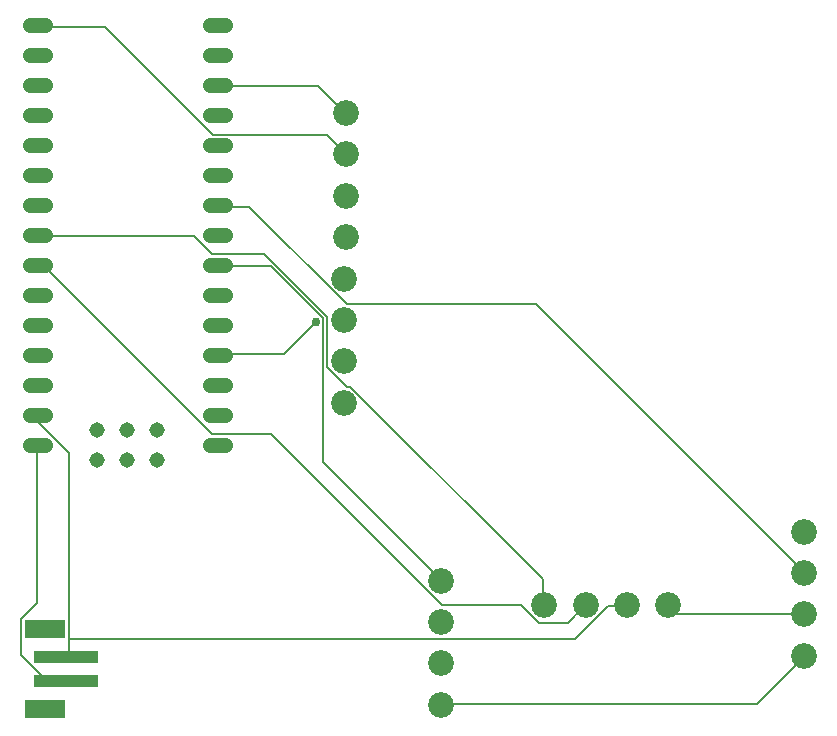
<source format=gtl>
G04 EAGLE Gerber RS-274X export*
G75*
%MOMM*%
%FSLAX34Y34*%
%LPD*%
%INTop Copper*%
%IPPOS*%
%AMOC8*
5,1,8,0,0,1.08239X$1,22.5*%
G01*
%ADD10C,2.184400*%
%ADD11R,5.500000X1.000000*%
%ADD12R,3.400000X1.600000*%
%ADD13C,1.308000*%
%ADD14C,1.308000*%
%ADD15C,0.152400*%
%ADD16C,0.756400*%


D10*
X484300Y169900D03*
X519300Y169900D03*
X554300Y169900D03*
X589300Y169900D03*
D11*
X79700Y106200D03*
X79700Y126200D03*
D12*
X61700Y82200D03*
X61700Y150200D03*
D10*
X704400Y127400D03*
X704400Y162400D03*
X704400Y197400D03*
X704400Y232400D03*
X316800Y481700D03*
X316800Y516700D03*
X316800Y551700D03*
X316800Y586700D03*
X314400Y341700D03*
X314400Y376700D03*
X314400Y411700D03*
X314400Y446700D03*
X396800Y86000D03*
X396800Y121000D03*
X396800Y156000D03*
X396800Y191000D03*
D13*
X214140Y305400D02*
X201060Y305400D01*
X201060Y330800D02*
X214140Y330800D01*
X214140Y356200D02*
X201060Y356200D01*
X201060Y381600D02*
X214140Y381600D01*
X214140Y407000D02*
X201060Y407000D01*
X201060Y432400D02*
X214140Y432400D01*
X214140Y457800D02*
X201060Y457800D01*
X201060Y483200D02*
X214140Y483200D01*
X214140Y508600D02*
X201060Y508600D01*
X201060Y534000D02*
X214140Y534000D01*
X214140Y559400D02*
X201060Y559400D01*
X201060Y584800D02*
X214140Y584800D01*
X61740Y305400D02*
X48660Y305400D01*
X48660Y330800D02*
X61740Y330800D01*
X61740Y356200D02*
X48660Y356200D01*
X48660Y508600D02*
X61740Y508600D01*
X61740Y534000D02*
X48660Y534000D01*
X48660Y559400D02*
X61740Y559400D01*
X61740Y584800D02*
X48660Y584800D01*
X48660Y661000D02*
X61740Y661000D01*
X201060Y661000D02*
X214140Y661000D01*
X214140Y635600D02*
X201060Y635600D01*
X201060Y610200D02*
X214140Y610200D01*
X61740Y635600D02*
X48660Y635600D01*
X48660Y610200D02*
X61740Y610200D01*
X61740Y381600D02*
X48660Y381600D01*
D14*
X106000Y318100D03*
X131400Y318100D03*
X156800Y318100D03*
D13*
X61740Y483200D02*
X48660Y483200D01*
X48660Y457800D02*
X61740Y457800D01*
X61740Y432400D02*
X48660Y432400D01*
X48660Y407000D02*
X61740Y407000D01*
D14*
X106000Y292700D03*
X131400Y292700D03*
X156800Y292700D03*
D15*
X54864Y304800D02*
X54864Y172212D01*
X41148Y158496D01*
X41148Y128016D01*
X62484Y106680D01*
X79248Y106680D01*
X54864Y304800D02*
X55200Y305400D01*
X79248Y106680D02*
X79700Y106200D01*
X56388Y324612D02*
X56388Y330708D01*
X56388Y324612D02*
X82296Y298704D01*
X82296Y141732D02*
X82296Y128016D01*
X82296Y141732D02*
X82296Y298704D01*
X82296Y128016D02*
X80772Y126492D01*
X56388Y330708D02*
X55200Y330800D01*
X80772Y126492D02*
X79700Y126200D01*
X537972Y169164D02*
X553212Y169164D01*
X537972Y169164D02*
X510540Y141732D01*
X82296Y141732D01*
X553212Y169164D02*
X554300Y169900D01*
X252984Y457200D02*
X208788Y457200D01*
X252984Y457200D02*
X297180Y413004D01*
X297180Y291084D01*
X396240Y192024D01*
X208788Y457200D02*
X207600Y457800D01*
X396240Y192024D02*
X396800Y191000D01*
X595884Y163068D02*
X704088Y163068D01*
X595884Y163068D02*
X589788Y169164D01*
X704088Y163068D02*
X704400Y162400D01*
X589788Y169164D02*
X589300Y169900D01*
X263652Y382524D02*
X208788Y382524D01*
X263652Y382524D02*
X291084Y409956D01*
X208788Y382524D02*
X207600Y381600D01*
X397764Y86868D02*
X664464Y86868D01*
X704088Y126492D01*
X397764Y86868D02*
X396800Y86000D01*
X704088Y126492D02*
X704400Y127400D01*
D16*
X291084Y409956D03*
D15*
X234696Y507492D02*
X208788Y507492D01*
X234696Y507492D02*
X316992Y425196D01*
X477012Y425196D01*
X704088Y198120D01*
X208788Y507492D02*
X207600Y508600D01*
X704088Y198120D02*
X704400Y197400D01*
X187452Y483108D02*
X56388Y483108D01*
X187452Y483108D02*
X202692Y467868D01*
X246888Y467868D01*
X300228Y414528D01*
X300228Y371856D01*
X316992Y355092D01*
X320040Y355092D01*
X483108Y192024D01*
X483108Y170688D01*
X56388Y483108D02*
X55200Y483200D01*
X483108Y170688D02*
X484300Y169900D01*
X60960Y457200D02*
X56388Y457200D01*
X60960Y457200D02*
X202692Y315468D01*
X252984Y315468D01*
X397764Y170688D01*
X464820Y170688D01*
X480060Y155448D01*
X504444Y155448D01*
X518160Y169164D01*
X56388Y457200D02*
X55200Y457800D01*
X518160Y169164D02*
X519300Y169900D01*
X292608Y609600D02*
X208788Y609600D01*
X292608Y609600D02*
X315468Y586740D01*
X208788Y609600D02*
X207600Y610200D01*
X315468Y586740D02*
X316800Y586700D01*
X112776Y659892D02*
X56388Y659892D01*
X112776Y659892D02*
X204216Y568452D01*
X300228Y568452D01*
X315468Y553212D01*
X56388Y659892D02*
X55200Y661000D01*
X315468Y553212D02*
X316800Y551700D01*
M02*

</source>
